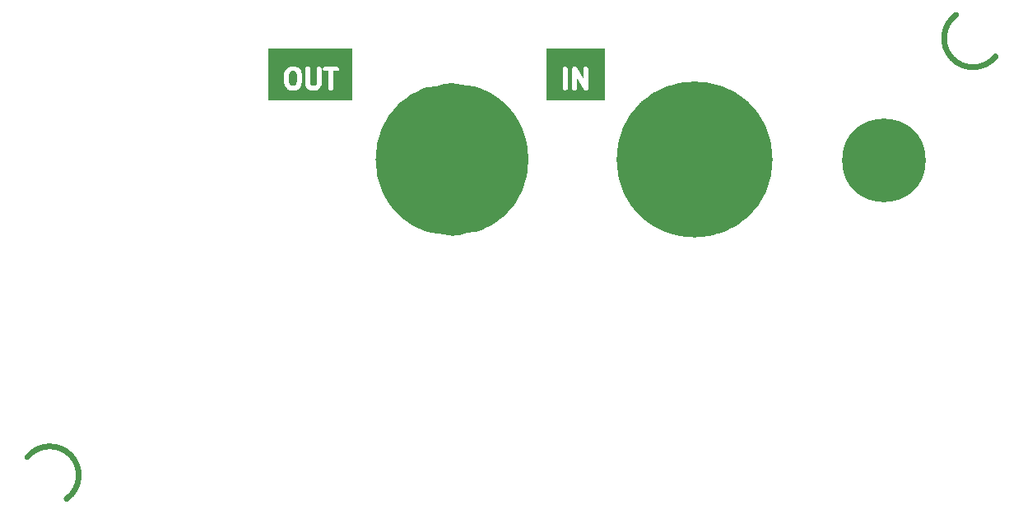
<source format=gbr>
%TF.GenerationSoftware,KiCad,Pcbnew,7.0.2*%
%TF.CreationDate,2023-08-08T17:36:33+02:00*%
%TF.ProjectId,pulse_generator_endplate_1455NF,70756c73-655f-4676-956e-657261746f72,rev?*%
%TF.SameCoordinates,Original*%
%TF.FileFunction,Soldermask,Top*%
%TF.FilePolarity,Negative*%
%FSLAX46Y46*%
G04 Gerber Fmt 4.6, Leading zero omitted, Abs format (unit mm)*
G04 Created by KiCad (PCBNEW 7.0.2) date 2023-08-08 17:36:33*
%MOMM*%
%LPD*%
G01*
G04 APERTURE LIST*
%ADD10C,0.600000*%
%ADD11C,8.002500*%
%ADD12C,7.852547*%
%ADD13C,0.500000*%
%ADD14C,0.900000*%
%ADD15C,8.600000*%
G04 APERTURE END LIST*
D10*
X188417272Y-65703962D02*
G75*
G03*
X192464113Y-69991428I1722528J-2427738D01*
G01*
D11*
X165501250Y-80600000D02*
G75*
G03*
X165501250Y-80600000I-4001250J0D01*
G01*
D12*
X140473726Y-80600000D02*
G75*
G03*
X140473726Y-80600000I-3926273J0D01*
G01*
D10*
X96896886Y-115537530D02*
G75*
G03*
X92850001Y-111250001I-1722486J2427830D01*
G01*
D13*
G36*
X120423339Y-71555940D02*
G01*
X120536163Y-71668764D01*
X120607142Y-71952679D01*
X120607142Y-72557794D01*
X120536163Y-72841710D01*
X120423338Y-72954535D01*
X120321935Y-73005238D01*
X120059016Y-73005238D01*
X119957613Y-72954537D01*
X119844787Y-72841710D01*
X119773809Y-72557794D01*
X119773809Y-71952680D01*
X119844787Y-71668764D01*
X119957612Y-71555939D01*
X120059016Y-71505238D01*
X120321935Y-71505238D01*
X120423339Y-71555940D01*
G37*
G36*
X126317857Y-74535714D02*
G01*
X117682143Y-74535714D01*
X117682143Y-72577990D01*
X119263470Y-72577990D01*
X119273809Y-72619346D01*
X119273809Y-72624515D01*
X119282505Y-72654134D01*
X119375571Y-73026398D01*
X119390363Y-73094393D01*
X119419625Y-73123655D01*
X119440564Y-73159345D01*
X119470468Y-73174498D01*
X119610581Y-73314611D01*
X119632062Y-73350778D01*
X119693692Y-73381593D01*
X119754137Y-73414599D01*
X119759006Y-73414250D01*
X119876160Y-73472827D01*
X119926592Y-73505238D01*
X119977682Y-73505238D01*
X120027968Y-73514287D01*
X120049786Y-73505238D01*
X120367495Y-73505238D01*
X120427098Y-73511673D01*
X120472795Y-73488824D01*
X120521818Y-73474430D01*
X120537285Y-73456579D01*
X120655195Y-73397624D01*
X120696299Y-73388683D01*
X120745015Y-73339965D01*
X120795448Y-73293054D01*
X120796657Y-73288323D01*
X120935947Y-73149032D01*
X120986636Y-73101372D01*
X120996673Y-73061223D01*
X121016503Y-73024907D01*
X121014111Y-72991469D01*
X121031870Y-72920431D01*
X121457850Y-72920431D01*
X121480698Y-72966128D01*
X121495093Y-73015151D01*
X121512943Y-73030618D01*
X121571897Y-73148527D01*
X121580839Y-73189630D01*
X121629552Y-73238343D01*
X121676469Y-73288781D01*
X121681198Y-73289990D01*
X121705818Y-73314610D01*
X121727300Y-73350778D01*
X121788930Y-73381593D01*
X121849375Y-73414599D01*
X121854245Y-73414250D01*
X121971398Y-73472827D01*
X122021830Y-73505238D01*
X122072920Y-73505238D01*
X122123206Y-73514287D01*
X122145024Y-73505238D01*
X122462733Y-73505238D01*
X122522336Y-73511673D01*
X122568033Y-73488824D01*
X122617056Y-73474430D01*
X122632523Y-73456579D01*
X122750433Y-73397624D01*
X122791537Y-73388683D01*
X122840251Y-73339968D01*
X122890686Y-73293054D01*
X122891895Y-73288323D01*
X122916516Y-73263702D01*
X122952682Y-73242222D01*
X122983493Y-73180599D01*
X123016504Y-73120144D01*
X123016155Y-73115274D01*
X123074731Y-72998123D01*
X123107142Y-72947692D01*
X123107142Y-72896601D01*
X123116191Y-72846316D01*
X123107141Y-72824498D01*
X123107142Y-71292319D01*
X123265907Y-71292319D01*
X123326895Y-71425865D01*
X123450402Y-71505238D01*
X123845237Y-71505238D01*
X123845237Y-73291182D01*
X123876045Y-73396104D01*
X123986999Y-73492246D01*
X124132318Y-73513140D01*
X124265864Y-73452152D01*
X124345237Y-73328645D01*
X124345237Y-71505238D01*
X124702610Y-71505238D01*
X124807532Y-71474430D01*
X124903674Y-71363476D01*
X124924568Y-71218157D01*
X124863580Y-71084611D01*
X124740073Y-71005238D01*
X124113115Y-71005238D01*
X124058156Y-70997336D01*
X124040853Y-71005238D01*
X123487865Y-71005238D01*
X123382943Y-71036046D01*
X123286801Y-71147000D01*
X123265907Y-71292319D01*
X123107142Y-71292319D01*
X123107142Y-71219294D01*
X123076334Y-71114372D01*
X122965380Y-71018230D01*
X122820061Y-70997336D01*
X122686515Y-71058324D01*
X122607142Y-71181831D01*
X122607142Y-72815268D01*
X122556440Y-72916671D01*
X122518576Y-72954535D01*
X122417173Y-73005238D01*
X122154254Y-73005238D01*
X122052852Y-72954537D01*
X122014987Y-72916671D01*
X121964285Y-72815267D01*
X121964285Y-71219294D01*
X121933477Y-71114372D01*
X121822523Y-71018230D01*
X121677204Y-70997336D01*
X121543658Y-71058324D01*
X121464285Y-71181831D01*
X121464285Y-72860827D01*
X121457850Y-72920431D01*
X121031870Y-72920431D01*
X121089698Y-72689120D01*
X121107142Y-72661978D01*
X121107142Y-72619346D01*
X121108395Y-72614334D01*
X121107142Y-72583506D01*
X121107142Y-71963046D01*
X121117481Y-71932485D01*
X121107142Y-71891128D01*
X121107142Y-71885960D01*
X121098445Y-71856341D01*
X121005373Y-71484053D01*
X120990587Y-71416082D01*
X120961325Y-71386820D01*
X120940386Y-71351130D01*
X120910481Y-71335976D01*
X120770369Y-71195864D01*
X120748889Y-71159698D01*
X120687265Y-71128886D01*
X120626813Y-71095877D01*
X120621943Y-71096225D01*
X120504796Y-71037652D01*
X120454359Y-71005238D01*
X120403263Y-71005238D01*
X120352983Y-70996190D01*
X120331167Y-71005238D01*
X120013462Y-71005238D01*
X119953853Y-70998802D01*
X119908151Y-71021652D01*
X119859133Y-71036046D01*
X119843666Y-71053895D01*
X119725754Y-71112851D01*
X119684653Y-71121793D01*
X119635944Y-71170501D01*
X119585503Y-71217422D01*
X119584293Y-71222152D01*
X119444998Y-71361447D01*
X119394315Y-71409103D01*
X119384278Y-71449250D01*
X119364448Y-71485567D01*
X119366839Y-71519005D01*
X119291252Y-71821354D01*
X119273809Y-71848497D01*
X119273809Y-71891128D01*
X119272556Y-71896141D01*
X119273809Y-71926968D01*
X119273809Y-72547428D01*
X119263470Y-72577990D01*
X117682143Y-72577990D01*
X117682143Y-69214286D01*
X126317857Y-69214286D01*
X126317857Y-74535714D01*
G37*
G36*
X152234524Y-74535714D02*
G01*
X146265477Y-74535714D01*
X146265477Y-73291182D01*
X147952381Y-73291182D01*
X147983189Y-73396104D01*
X148094143Y-73492246D01*
X148239462Y-73513140D01*
X148373008Y-73452152D01*
X148452381Y-73328645D01*
X148452381Y-71315538D01*
X148901281Y-71315538D01*
X148904762Y-71321629D01*
X148904762Y-73291182D01*
X148935570Y-73396104D01*
X149046524Y-73492246D01*
X149191843Y-73513140D01*
X149325389Y-73452152D01*
X149404762Y-73328645D01*
X149404762Y-72196629D01*
X150066009Y-73353812D01*
X150078427Y-73396104D01*
X150128981Y-73439909D01*
X150177196Y-73486293D01*
X150184078Y-73487651D01*
X150189381Y-73492246D01*
X150255600Y-73501767D01*
X150321231Y-73514720D01*
X150327755Y-73512141D01*
X150334700Y-73513140D01*
X150395563Y-73485344D01*
X150457769Y-73460762D01*
X150461862Y-73455067D01*
X150468246Y-73452152D01*
X150504422Y-73395860D01*
X150543461Y-73341552D01*
X150543825Y-73334547D01*
X150547619Y-73328645D01*
X150547619Y-73261748D01*
X150551100Y-73194938D01*
X150547619Y-73188846D01*
X150547619Y-71219294D01*
X150516811Y-71114372D01*
X150405857Y-71018230D01*
X150260538Y-70997336D01*
X150126992Y-71058324D01*
X150047619Y-71181831D01*
X150047619Y-72313846D01*
X149386371Y-71156663D01*
X149373954Y-71114372D01*
X149323403Y-71070570D01*
X149275185Y-71024182D01*
X149268301Y-71022823D01*
X149263000Y-71018230D01*
X149196788Y-71008710D01*
X149131150Y-70995756D01*
X149124625Y-70998334D01*
X149117681Y-70997336D01*
X149056821Y-71025129D01*
X148994611Y-71049714D01*
X148990516Y-71055409D01*
X148984135Y-71058324D01*
X148947965Y-71114604D01*
X148908920Y-71168923D01*
X148908554Y-71175929D01*
X148904762Y-71181831D01*
X148904762Y-71248727D01*
X148901281Y-71315538D01*
X148452381Y-71315538D01*
X148452381Y-71219294D01*
X148421573Y-71114372D01*
X148310619Y-71018230D01*
X148165300Y-70997336D01*
X148031754Y-71058324D01*
X147952381Y-71181831D01*
X147952381Y-73291182D01*
X146265477Y-73291182D01*
X146265477Y-69214286D01*
X152234524Y-69214286D01*
X152234524Y-74535714D01*
G37*
D14*
%TO.C,J1*%
X177775000Y-80719581D03*
X178719581Y-78439162D03*
X178719581Y-83000000D03*
X181000000Y-77494581D03*
D15*
X181000000Y-80719581D03*
D14*
X181000000Y-83944581D03*
X183280419Y-78439162D03*
X183280419Y-83000000D03*
X184225000Y-80719581D03*
%TD*%
M02*

</source>
